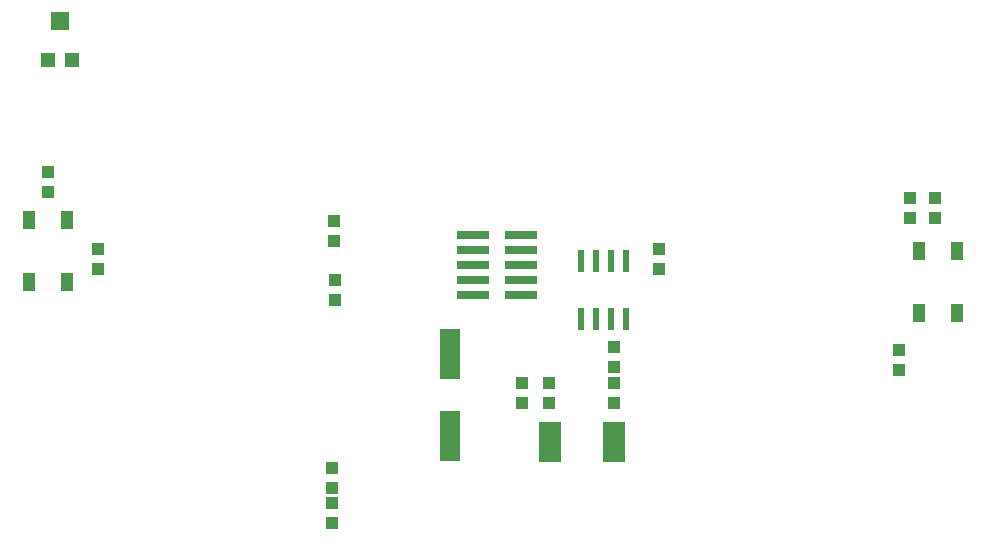
<source format=gbr>
G04 EAGLE Gerber RS-274X export*
G75*
%MOMM*%
%FSLAX34Y34*%
%LPD*%
%INSolderpaste Top*%
%IPPOS*%
%AMOC8*
5,1,8,0,0,1.08239X$1,22.5*%
G01*
%ADD10R,2.790000X0.740000*%
%ADD11R,1.000000X1.550000*%
%ADD12R,1.100000X1.000000*%
%ADD13R,0.558800X1.981200*%
%ADD14R,1.854200X3.403600*%
%ADD15R,1.000000X1.100000*%
%ADD16R,1.200000X1.200000*%
%ADD17R,1.600000X1.500000*%
%ADD18R,1.800000X4.200000*%


D10*
X20350Y-105400D03*
X-20350Y-105400D03*
X20350Y-92700D03*
X-20350Y-92700D03*
X20350Y-80000D03*
X-20350Y-80000D03*
X20350Y-67300D03*
X-20350Y-67300D03*
X20350Y-54600D03*
X-20350Y-54600D03*
D11*
X-364000Y-41750D03*
X-396000Y-41750D03*
X-396000Y-94250D03*
X-364000Y-94250D03*
D12*
X-380000Y-18500D03*
X-380000Y-1500D03*
X-140000Y-268500D03*
X-140000Y-251500D03*
X-140000Y-298500D03*
X-140000Y-281500D03*
D11*
X389000Y-67750D03*
X357000Y-67750D03*
X357000Y-120250D03*
X389000Y-120250D03*
D12*
X371000Y-40500D03*
X371000Y-23500D03*
D13*
X109050Y-76362D03*
X96350Y-76362D03*
X83650Y-76362D03*
X70950Y-76362D03*
X70950Y-125638D03*
X83650Y-125638D03*
X96350Y-125638D03*
X109050Y-125638D03*
D14*
X44822Y-230000D03*
X99178Y-230000D03*
D12*
X44000Y-196500D03*
X44000Y-179500D03*
X99000Y-196500D03*
X99000Y-179500D03*
X99000Y-166500D03*
X99000Y-149500D03*
X21000Y-196500D03*
X21000Y-179500D03*
D15*
X-137000Y-92500D03*
X-137000Y-109500D03*
X-138000Y-42500D03*
X-138000Y-59500D03*
X350000Y-40500D03*
X350000Y-23500D03*
X-338000Y-66500D03*
X-338000Y-83500D03*
D16*
X-380000Y94000D03*
D17*
X-370000Y126500D03*
D16*
X-360000Y94000D03*
D15*
X137000Y-66500D03*
X137000Y-83500D03*
X340000Y-151500D03*
X340000Y-168500D03*
D18*
X-40000Y-224500D03*
X-40000Y-155500D03*
M02*

</source>
